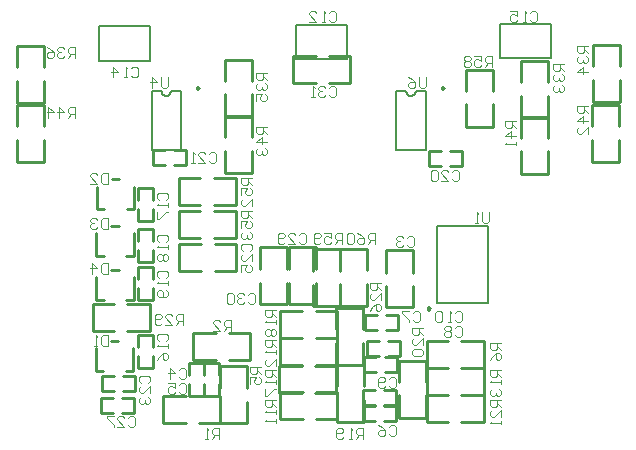
<source format=gbo>
G04 Layer_Color=32896*
%FSLAX25Y25*%
%MOIN*%
G70*
G01*
G75*
%ADD28C,0.01000*%
%ADD62C,0.00984*%
%ADD64C,0.00787*%
%ADD66C,0.00492*%
%ADD103C,0.00500*%
D28*
X132348Y53445D02*
X131513Y53927D01*
Y52963D01*
X132348Y53445D01*
X33464Y32547D02*
X33464Y40047D01*
X25964Y42547D02*
X28464D01*
X30964Y32547D02*
X33464D01*
X20964Y32547D02*
X23464D01*
X20964D02*
Y40047D01*
X57146Y31126D02*
Y35126D01*
X62146D01*
Y31126D02*
Y35126D01*
X57146Y24126D02*
Y28126D01*
Y24126D02*
X62146Y24126D01*
Y28126D01*
X117445Y37047D02*
X121445D01*
Y32047D02*
Y37047D01*
X117445Y32047D02*
X121445Y32047D01*
X110445Y37047D02*
X114445D01*
X110445D02*
X110445Y32047D01*
X114445D01*
X142819Y15480D02*
X150319D01*
Y24480D01*
X142819D02*
X150319D01*
X131319Y15480D02*
X138319D01*
X131319Y24480D02*
X131319Y15480D01*
X131319Y24480D02*
X138319Y24480D01*
X142819Y24437D02*
X150319D01*
Y33437D01*
X142819Y33437D02*
X150319Y33437D01*
X131319Y24437D02*
X138319D01*
X131319D02*
Y33437D01*
X138319D01*
X121858Y16881D02*
Y24381D01*
Y16881D02*
X130858D01*
X130858Y24381D01*
X121858Y28881D02*
Y35881D01*
X130858D01*
X130858Y28881D01*
X109854Y21024D02*
X113854D01*
X109854D02*
Y26024D01*
X113854D01*
X116854Y21024D02*
X120854D01*
X120854Y26024D01*
X116854D02*
X120854D01*
X109854Y15709D02*
X113854D01*
X109854Y20709D02*
X109854Y15709D01*
X109854Y20709D02*
X113854D01*
X116854Y15709D02*
X120854D01*
X120854Y20709D02*
X120854Y15709D01*
X116854Y20709D02*
X120854D01*
X118429Y42362D02*
X122429D01*
Y37362D02*
Y42362D01*
X118429Y37362D02*
X122429D01*
X111429Y42362D02*
X115429D01*
X111429Y37362D02*
Y42362D01*
Y37362D02*
X115429D01*
X142819Y33591D02*
X150319Y33590D01*
X150319Y42591D02*
X150319Y33590D01*
X142819Y42591D02*
X150319D01*
X131319Y33591D02*
X138319D01*
X131319D02*
Y42591D01*
X138319Y42591D01*
X82205Y52531D02*
X89705D01*
X82205D02*
X82205Y43532D01*
X89705D01*
X94205Y52531D02*
X101205D01*
X101205Y43532D01*
X94205D02*
X101205D01*
X82358Y25381D02*
X89858D01*
X82358D02*
X82358Y16381D01*
X89858D01*
X94358Y25381D02*
X101358D01*
Y16381D02*
Y25381D01*
X94358Y16381D02*
X101358D01*
X82106Y34323D02*
X89606D01*
X82106Y25323D02*
X82106Y34323D01*
X82106Y25323D02*
X89606D01*
X94106Y34323D02*
X101106D01*
Y25323D02*
Y34323D01*
X94106Y25323D02*
X101106Y25323D01*
X82303Y43378D02*
X89803Y43378D01*
X82303Y34378D02*
X82303Y43378D01*
X82303Y34378D02*
X89803Y34378D01*
X94303Y43378D02*
X101303D01*
X101303Y34378D02*
X101303Y43378D01*
X94303Y34378D02*
X101303D01*
X101406Y15472D02*
Y22972D01*
Y15472D02*
X110406D01*
Y22972D01*
X101406Y34472D02*
X101406Y27472D01*
X101406Y34472D02*
X110406Y34472D01*
X110406Y27472D02*
X110406Y34472D01*
X101110Y34468D02*
Y41969D01*
Y34468D02*
X110110D01*
Y41969D01*
X101110Y46468D02*
X101110Y53469D01*
X110110D01*
X110110Y46468D01*
X117839Y51024D02*
X121839Y51024D01*
Y46024D02*
Y51024D01*
X117839Y46024D02*
X121839Y46024D01*
X110839Y51024D02*
X114839D01*
X110839Y46024D02*
X110839Y51024D01*
X110839Y46024D02*
X114839D01*
X126842Y65216D02*
Y72716D01*
X117842Y72716D02*
X126842Y72716D01*
X117842Y65216D02*
Y72716D01*
X126842Y60716D02*
X126842Y53716D01*
X117842D02*
X126842D01*
X117842Y60716D02*
X117842Y53716D01*
X102405Y73220D02*
X102406Y65720D01*
X93405Y73220D02*
X102405D01*
X93405Y65720D02*
Y73220D01*
X102406Y54220D02*
Y61220D01*
X93405Y54220D02*
X102406D01*
X93405D02*
Y61220D01*
X102362Y54122D02*
Y61622D01*
Y54122D02*
X111362Y54122D01*
Y61622D01*
X102362Y73122D02*
X102362Y66122D01*
X102362Y73122D02*
X111362Y73122D01*
Y66122D02*
Y73122D01*
X162700Y98200D02*
X162700Y105700D01*
X162700Y98200D02*
X171700D01*
X171700Y105700D02*
X171700Y98200D01*
X162700Y110200D02*
Y117200D01*
X171700D01*
X171700Y110200D01*
X186475Y102113D02*
X186475Y109613D01*
X186475Y102113D02*
X195475Y102113D01*
Y109613D01*
X186475Y114113D02*
Y121113D01*
X195475D01*
X195475Y114113D01*
X186573Y122050D02*
Y129550D01*
Y122050D02*
X195573D01*
Y129550D01*
X186573Y141050D02*
X186573Y134050D01*
X186573Y141050D02*
X195573D01*
X195573Y134050D02*
X195573Y141050D01*
X162800Y116700D02*
Y124200D01*
Y116700D02*
X171800D01*
X171800Y124200D01*
X162800Y135700D02*
X162800Y128700D01*
X162800Y135700D02*
X171800D01*
X171800Y128700D02*
X171800Y135700D01*
X144300Y113900D02*
X144300Y121400D01*
X144300Y113900D02*
X153300D01*
X153300Y121400D02*
X153300Y113900D01*
X144300Y132900D02*
X144300Y125900D01*
X144300Y132900D02*
X153300D01*
X153300Y125900D02*
X153300Y132900D01*
X138850Y106000D02*
X142850Y106000D01*
Y101000D02*
Y106000D01*
X138850Y101000D02*
X142850D01*
X131850Y106000D02*
X135850D01*
X131850Y101000D02*
Y106000D01*
Y101000D02*
X135850D01*
X86800Y137400D02*
X94300D01*
X86800Y128400D02*
Y137400D01*
Y128400D02*
X94300D01*
X98800Y137400D02*
X105800Y137400D01*
Y128400D02*
Y137400D01*
X98800Y128400D02*
X105800Y128400D01*
X53495Y45264D02*
X60995D01*
X53495Y36264D02*
Y45264D01*
Y36264D02*
X60995Y36264D01*
X65495Y45264D02*
X72495D01*
Y36264D02*
Y45264D01*
X65495Y36264D02*
X72495Y36264D01*
X71500Y26700D02*
X71500Y34200D01*
X62500Y34200D02*
X71500Y34200D01*
X62500Y26700D02*
Y34200D01*
X71500Y15200D02*
Y22200D01*
X62500Y15200D02*
X71500D01*
X62500D02*
Y22200D01*
X52028Y31126D02*
X52028Y35126D01*
X57028D01*
Y31126D02*
Y35126D01*
X52028Y28126D02*
X52028Y24126D01*
X57028D01*
X57028Y28126D01*
X43400Y24200D02*
X50900Y24200D01*
X43400Y15200D02*
Y24200D01*
Y15200D02*
X50900D01*
X55400Y24200D02*
X62400D01*
Y15200D02*
Y24200D01*
X55400Y15200D02*
X62400D01*
X35098Y75910D02*
Y79909D01*
X40098D01*
Y75910D02*
Y79909D01*
X35098Y68910D02*
Y72909D01*
Y68910D02*
X40098D01*
Y72909D01*
X34902Y63213D02*
Y67213D01*
X39902D01*
Y63213D02*
Y67213D01*
X34902Y56213D02*
Y60213D01*
Y56213D02*
X39902D01*
Y60213D01*
X29750Y23500D02*
X33750D01*
Y18500D02*
Y23500D01*
X29750Y18500D02*
X33750D01*
X22750Y23500D02*
X26750D01*
X22750Y18500D02*
Y23500D01*
Y18500D02*
X26750D01*
X29945Y30945D02*
X33945D01*
Y25945D02*
Y30945D01*
X29945Y25945D02*
X33945D01*
X22945Y30945D02*
X26945D01*
X22945Y25945D02*
Y30945D01*
Y25945D02*
X26945D01*
X34902Y40378D02*
X34902Y44378D01*
X39902Y44378D01*
X39902Y40378D02*
X39902Y44378D01*
X34902Y37378D02*
X34902Y33378D01*
X39902D01*
X39902Y37378D02*
X39902Y33378D01*
X31457Y45697D02*
X38957D01*
Y54697D01*
X31457D02*
X38957D01*
X19957Y45697D02*
X26957Y45697D01*
X19957Y45697D02*
Y54697D01*
X26957Y54697D01*
X33524Y63839D02*
X33524Y56339D01*
X26024Y66339D02*
X28524D01*
X31024Y56339D02*
X33524D01*
X21024Y56339D02*
X23524Y56339D01*
X21024Y56339D02*
Y63839D01*
X33562Y78433D02*
X33562Y70933D01*
X26062Y80933D02*
X28562D01*
X31062Y70933D02*
X33562Y70933D01*
X21062D02*
X23562Y70933D01*
X21062Y70933D02*
Y78433D01*
X60339Y76799D02*
X67839Y76799D01*
Y85799D01*
X60338Y85799D02*
X67839Y85799D01*
X48838Y76799D02*
X55839Y76799D01*
X48838Y76799D02*
Y85799D01*
X55839Y85799D01*
X34902Y89492D02*
Y93492D01*
X39902Y93492D01*
Y89492D02*
Y93492D01*
X34902Y82492D02*
Y86492D01*
Y82492D02*
X39902D01*
Y86492D01*
X33720Y93957D02*
X33720Y86457D01*
X26221Y96457D02*
X28721Y96457D01*
X31220Y86457D02*
X33720Y86457D01*
X21220Y86457D02*
X23720D01*
X21220D02*
Y93957D01*
X64066Y117316D02*
Y124816D01*
Y117316D02*
X73066D01*
X73066Y124816D02*
X73066Y117316D01*
X64066Y129316D02*
Y136316D01*
X73066Y136316D01*
X73066Y129316D02*
X73066Y136316D01*
X64165Y98363D02*
Y105863D01*
Y98363D02*
X73164D01*
X73165Y105863D01*
X64165Y110363D02*
Y117363D01*
X73165Y117363D01*
Y110363D02*
Y117363D01*
X60240Y87724D02*
X67740D01*
Y96724D01*
X60240D02*
X67740D01*
X48740Y87724D02*
X55740D01*
X48740D02*
Y96724D01*
X55740D01*
X47100Y106100D02*
X51100D01*
Y101100D02*
Y106100D01*
X47100Y101100D02*
X51100D01*
X40100Y106100D02*
X44100D01*
X40100Y101100D02*
X40100Y106100D01*
X40100Y101100D02*
X44100D01*
X-5435Y121749D02*
Y129249D01*
Y121749D02*
X3565Y121749D01*
X3565Y129249D02*
X3565Y121749D01*
X-5435Y133749D02*
Y140749D01*
X3565D01*
X3565Y133749D02*
X3565Y140749D01*
X-5417Y109597D02*
X-5417Y102097D01*
X3583D01*
Y109597D01*
X-5417Y114097D02*
Y121097D01*
X3583D01*
Y114097D02*
Y121097D01*
X48642Y74776D02*
X56142D01*
X48642Y65776D02*
X48642Y74776D01*
X48642Y65776D02*
X56142Y65776D01*
X60642Y74776D02*
X67642Y74776D01*
X67642Y65776D02*
X67642Y74776D01*
X60642Y65776D02*
X67642Y65776D01*
X84787Y66465D02*
X84787Y73964D01*
X75787D02*
X84787D01*
X75787Y66465D02*
X75787Y73964D01*
X84787Y54965D02*
X84787Y61964D01*
X75787Y54964D02*
X84787Y54965D01*
X75787Y54964D02*
Y61964D01*
X94225Y73898D02*
X94225Y66398D01*
X85224Y73898D02*
X94225Y73898D01*
X85224Y73898D02*
X85224Y66398D01*
X94225Y54898D02*
Y61898D01*
X85224Y54898D02*
X94225Y54898D01*
X85224Y61898D02*
X85224Y54898D01*
D62*
X137008Y126791D02*
X136270Y127217D01*
Y126365D01*
X137008Y126791D01*
X55512Y126890D02*
X54774Y127316D01*
Y126464D01*
X55512Y126890D01*
D64*
X124344Y125787D02*
X124657Y124823D01*
X125477Y124227D01*
X126491D01*
X127311Y124823D01*
X127625Y125787D01*
X42848Y125886D02*
X43161Y124922D01*
X43981Y124326D01*
X44995D01*
X45815Y124922D01*
X46129Y125886D01*
X87827Y136391D02*
Y147809D01*
Y136391D02*
X104756D01*
X87827Y147809D02*
X104756D01*
Y136391D02*
Y147809D01*
X121063Y106102D02*
Y125787D01*
X130905Y106102D02*
Y125787D01*
X121063Y106102D02*
X130905D01*
X121063Y125787D02*
X124344D01*
X127625D02*
X130905D01*
X39567Y106201D02*
Y125886D01*
X49409Y106201D02*
Y125886D01*
X39567Y106201D02*
X49409D01*
X39567Y125886D02*
X42848D01*
X46129D02*
X49409D01*
X172656Y136691D02*
Y148109D01*
X155727D02*
X172656D01*
X155727Y136691D02*
X172656D01*
X155727D02*
Y148109D01*
X38965Y147409D02*
X38965Y135991D01*
X22035Y147409D02*
X38965D01*
X22035Y135991D02*
X38965D01*
X22035Y147409D02*
X22035Y135991D01*
D66*
X131000Y130542D02*
Y127590D01*
X130410Y127000D01*
X129229D01*
X128639Y127590D01*
Y130542D01*
X125096D02*
X126277Y129952D01*
X127458Y128771D01*
Y127590D01*
X126867Y127000D01*
X125687D01*
X125096Y127590D01*
Y128181D01*
X125687Y128771D01*
X127458D01*
X45000Y130542D02*
Y127590D01*
X44410Y127000D01*
X43229D01*
X42639Y127590D01*
Y130542D01*
X39687Y127000D02*
Y130542D01*
X41458Y128771D01*
X39096D01*
X124639Y76952D02*
X125229Y77542D01*
X126410D01*
X127000Y76952D01*
Y74590D01*
X126410Y74000D01*
X125229D01*
X124639Y74590D01*
X123458Y76952D02*
X122868Y77542D01*
X121687D01*
X121096Y76952D01*
Y76361D01*
X121687Y75771D01*
X122277D01*
X121687D01*
X121096Y75181D01*
Y74590D01*
X121687Y74000D01*
X122868D01*
X123458Y74590D01*
X48639Y32952D02*
X49229Y33542D01*
X50410D01*
X51000Y32952D01*
Y30590D01*
X50410Y30000D01*
X49229D01*
X48639Y30590D01*
X45687Y30000D02*
Y33542D01*
X47458Y31771D01*
X45096D01*
X48639Y27952D02*
X49229Y28542D01*
X50410D01*
X51000Y27952D01*
Y25590D01*
X50410Y25000D01*
X49229D01*
X48639Y25590D01*
X45096Y28542D02*
X47458D01*
Y26771D01*
X46277Y27361D01*
X45687D01*
X45096Y26771D01*
Y25590D01*
X45687Y25000D01*
X46867D01*
X47458Y25590D01*
X118639Y13952D02*
X119229Y14542D01*
X120410D01*
X121000Y13952D01*
Y11590D01*
X120410Y11000D01*
X119229D01*
X118639Y11590D01*
X115096Y14542D02*
X116277Y13952D01*
X117458Y12771D01*
Y11590D01*
X116867Y11000D01*
X115687D01*
X115096Y11590D01*
Y12181D01*
X115687Y12771D01*
X117458D01*
X126639Y51952D02*
X127229Y52542D01*
X128410D01*
X129000Y51952D01*
Y49590D01*
X128410Y49000D01*
X127229D01*
X126639Y49590D01*
X125458Y52542D02*
X123096D01*
Y51952D01*
X125458Y49590D01*
Y49000D01*
X140639Y46952D02*
X141229Y47542D01*
X142410D01*
X143000Y46952D01*
Y44590D01*
X142410Y44000D01*
X141229D01*
X140639Y44590D01*
X139458Y46952D02*
X138867Y47542D01*
X137687D01*
X137096Y46952D01*
Y46361D01*
X137687Y45771D01*
X137096Y45181D01*
Y44590D01*
X137687Y44000D01*
X138867D01*
X139458Y44590D01*
Y45181D01*
X138867Y45771D01*
X139458Y46361D01*
Y46952D01*
X138867Y45771D02*
X137687D01*
X118639Y29952D02*
X119229Y30542D01*
X120410D01*
X121000Y29952D01*
Y27590D01*
X120410Y27000D01*
X119229D01*
X118639Y27590D01*
X117458D02*
X116867Y27000D01*
X115687D01*
X115096Y27590D01*
Y29952D01*
X115687Y30542D01*
X116867D01*
X117458Y29952D01*
Y29361D01*
X116867Y28771D01*
X115096D01*
X140639Y51952D02*
X141229Y52542D01*
X142410D01*
X143000Y51952D01*
Y49590D01*
X142410Y49000D01*
X141229D01*
X140639Y49590D01*
X139458Y49000D02*
X138277D01*
X138867D01*
Y52542D01*
X139458Y51952D01*
X136506D02*
X135916Y52542D01*
X134735D01*
X134145Y51952D01*
Y49590D01*
X134735Y49000D01*
X135916D01*
X136506Y49590D01*
Y51952D01*
X98639Y151952D02*
X99229Y152542D01*
X100410D01*
X101000Y151952D01*
Y149590D01*
X100410Y149000D01*
X99229D01*
X98639Y149590D01*
X97458Y149000D02*
X96277D01*
X96868D01*
Y152542D01*
X97458Y151952D01*
X92145Y149000D02*
X94506D01*
X92145Y151361D01*
Y151952D01*
X92735Y152542D01*
X93916D01*
X94506Y151952D01*
X32630Y133352D02*
X33220Y133942D01*
X34401D01*
X34991Y133352D01*
Y130990D01*
X34401Y130400D01*
X33220D01*
X32630Y130990D01*
X31449Y130400D02*
X30268D01*
X30859D01*
Y133942D01*
X31449Y133352D01*
X26726Y130400D02*
Y133942D01*
X28497Y132171D01*
X26136D01*
X165639Y151952D02*
X166229Y152542D01*
X167410D01*
X168000Y151952D01*
Y149590D01*
X167410Y149000D01*
X166229D01*
X165639Y149590D01*
X164458Y149000D02*
X163277D01*
X163867D01*
Y152542D01*
X164458Y151952D01*
X159145Y152542D02*
X161506D01*
Y150771D01*
X160325Y151361D01*
X159735D01*
X159145Y150771D01*
Y149590D01*
X159735Y149000D01*
X160916D01*
X161506Y149590D01*
X42048Y42639D02*
X41458Y43229D01*
Y44410D01*
X42048Y45000D01*
X44410D01*
X45000Y44410D01*
Y43229D01*
X44410Y42639D01*
X45000Y41458D02*
Y40277D01*
Y40867D01*
X41458D01*
X42048Y41458D01*
X41458Y36145D02*
X42048Y37325D01*
X43229Y38506D01*
X44410D01*
X45000Y37916D01*
Y36735D01*
X44410Y36145D01*
X43819D01*
X43229Y36735D01*
Y38506D01*
X42048Y89639D02*
X41458Y90229D01*
Y91410D01*
X42048Y92000D01*
X44410D01*
X45000Y91410D01*
Y90229D01*
X44410Y89639D01*
X45000Y88458D02*
Y87277D01*
Y87867D01*
X41458D01*
X42048Y88458D01*
X41458Y85506D02*
Y83145D01*
X42048D01*
X44410Y85506D01*
X45000D01*
X42048Y75639D02*
X41458Y76229D01*
Y77410D01*
X42048Y78000D01*
X44410D01*
X45000Y77410D01*
Y76229D01*
X44410Y75639D01*
X45000Y74458D02*
Y73277D01*
Y73867D01*
X41458D01*
X42048Y74458D01*
Y71506D02*
X41458Y70916D01*
Y69735D01*
X42048Y69145D01*
X42639D01*
X43229Y69735D01*
X43819Y69145D01*
X44410D01*
X45000Y69735D01*
Y70916D01*
X44410Y71506D01*
X43819D01*
X43229Y70916D01*
X42639Y71506D01*
X42048D01*
X43229Y70916D02*
Y69735D01*
X42048Y63639D02*
X41458Y64229D01*
Y65410D01*
X42048Y66000D01*
X44410D01*
X45000Y65410D01*
Y64229D01*
X44410Y63639D01*
X45000Y62458D02*
Y61277D01*
Y61867D01*
X41458D01*
X42048Y62458D01*
X44410Y59506D02*
X45000Y58916D01*
Y57735D01*
X44410Y57145D01*
X42048D01*
X41458Y57735D01*
Y58916D01*
X42048Y59506D01*
X42639D01*
X43229Y58916D01*
Y57145D01*
X139639Y98952D02*
X140229Y99542D01*
X141410D01*
X142000Y98952D01*
Y96590D01*
X141410Y96000D01*
X140229D01*
X139639Y96590D01*
X136096Y96000D02*
X138458D01*
X136096Y98361D01*
Y98952D01*
X136687Y99542D01*
X137867D01*
X138458Y98952D01*
X134916D02*
X134325Y99542D01*
X133145D01*
X132554Y98952D01*
Y96590D01*
X133145Y96000D01*
X134325D01*
X134916Y96590D01*
Y98952D01*
X58639Y104952D02*
X59229Y105542D01*
X60410D01*
X61000Y104952D01*
Y102590D01*
X60410Y102000D01*
X59229D01*
X58639Y102590D01*
X55096Y102000D02*
X57458D01*
X55096Y104361D01*
Y104952D01*
X55687Y105542D01*
X56867D01*
X57458Y104952D01*
X53916Y102000D02*
X52735D01*
X53325D01*
Y105542D01*
X53916Y104952D01*
X70048Y72639D02*
X69458Y73229D01*
Y74410D01*
X70048Y75000D01*
X72410D01*
X73000Y74410D01*
Y73229D01*
X72410Y72639D01*
X73000Y69096D02*
Y71458D01*
X70639Y69096D01*
X70048D01*
X69458Y69687D01*
Y70868D01*
X70048Y71458D01*
X69458Y65554D02*
Y67916D01*
X71229D01*
X70639Y66735D01*
Y66145D01*
X71229Y65554D01*
X72410D01*
X73000Y66145D01*
Y67325D01*
X72410Y67916D01*
X88639Y77952D02*
X89229Y78542D01*
X90410D01*
X91000Y77952D01*
Y75590D01*
X90410Y75000D01*
X89229D01*
X88639Y75590D01*
X85096Y75000D02*
X87458D01*
X85096Y77361D01*
Y77952D01*
X85687Y78542D01*
X86867D01*
X87458Y77952D01*
X83916Y75590D02*
X83325Y75000D01*
X82145D01*
X81554Y75590D01*
Y77952D01*
X82145Y78542D01*
X83325D01*
X83916Y77952D01*
Y77361D01*
X83325Y76771D01*
X81554D01*
X71639Y57952D02*
X72229Y58542D01*
X73410D01*
X74000Y57952D01*
Y55590D01*
X73410Y55000D01*
X72229D01*
X71639Y55590D01*
X70458Y57952D02*
X69867Y58542D01*
X68687D01*
X68096Y57952D01*
Y57361D01*
X68687Y56771D01*
X69277D01*
X68687D01*
X68096Y56181D01*
Y55590D01*
X68687Y55000D01*
X69867D01*
X70458Y55590D01*
X66916Y57952D02*
X66325Y58542D01*
X65145D01*
X64554Y57952D01*
Y55590D01*
X65145Y55000D01*
X66325D01*
X66916Y55590D01*
Y57952D01*
X98639Y126952D02*
X99229Y127542D01*
X100410D01*
X101000Y126952D01*
Y124590D01*
X100410Y124000D01*
X99229D01*
X98639Y124590D01*
X97458Y126952D02*
X96868Y127542D01*
X95687D01*
X95096Y126952D01*
Y126361D01*
X95687Y125771D01*
X96277D01*
X95687D01*
X95096Y125181D01*
Y124590D01*
X95687Y124000D01*
X96868D01*
X97458Y124590D01*
X93916Y124000D02*
X92735D01*
X93325D01*
Y127542D01*
X93916Y126952D01*
X25000Y44542D02*
Y41000D01*
X23229D01*
X22639Y41590D01*
Y43952D01*
X23229Y44542D01*
X25000D01*
X21458Y41000D02*
X20277D01*
X20867D01*
Y44542D01*
X21458Y43952D01*
X25000Y98542D02*
Y95000D01*
X23229D01*
X22639Y95590D01*
Y97952D01*
X23229Y98542D01*
X25000D01*
X19096Y95000D02*
X21458D01*
X19096Y97361D01*
Y97952D01*
X19687Y98542D01*
X20867D01*
X21458Y97952D01*
X25000Y83542D02*
Y80000D01*
X23229D01*
X22639Y80590D01*
Y82952D01*
X23229Y83542D01*
X25000D01*
X21458Y82952D02*
X20867Y83542D01*
X19687D01*
X19096Y82952D01*
Y82361D01*
X19687Y81771D01*
X20277D01*
X19687D01*
X19096Y81181D01*
Y80590D01*
X19687Y80000D01*
X20867D01*
X21458Y80590D01*
X25000Y68542D02*
Y65000D01*
X23229D01*
X22639Y65590D01*
Y67952D01*
X23229Y68542D01*
X25000D01*
X19687Y65000D02*
Y68542D01*
X21458Y66771D01*
X19096D01*
X62000Y10000D02*
Y13542D01*
X60229D01*
X59639Y12952D01*
Y11771D01*
X60229Y11181D01*
X62000D01*
X60819D02*
X59639Y10000D01*
X58458D02*
X57277D01*
X57867D01*
Y13542D01*
X58458Y12952D01*
X66000Y46000D02*
Y49542D01*
X64229D01*
X63639Y48952D01*
Y47771D01*
X64229Y47181D01*
X66000D01*
X64819D02*
X63639Y46000D01*
X60096D02*
X62458D01*
X60096Y48361D01*
Y48952D01*
X60687Y49542D01*
X61867D01*
X62458Y48952D01*
X76000Y34000D02*
X72458D01*
Y32229D01*
X73048Y31639D01*
X74229D01*
X74819Y32229D01*
Y34000D01*
Y32819D02*
X76000Y31639D01*
X72458Y28096D02*
Y30458D01*
X74229D01*
X73639Y29277D01*
Y28687D01*
X74229Y28096D01*
X75410D01*
X76000Y28687D01*
Y29868D01*
X75410Y30458D01*
X156000Y42000D02*
X152458D01*
Y40229D01*
X153048Y39639D01*
X154229D01*
X154819Y40229D01*
Y42000D01*
Y40819D02*
X156000Y39639D01*
X152458Y36096D02*
X153048Y37277D01*
X154229Y38458D01*
X155410D01*
X156000Y37868D01*
Y36687D01*
X155410Y36096D01*
X154819D01*
X154229Y36687D01*
Y38458D01*
X81000Y23000D02*
X77458D01*
Y21229D01*
X78048Y20639D01*
X79229D01*
X79819Y21229D01*
Y23000D01*
Y21819D02*
X81000Y20639D01*
Y19458D02*
Y18277D01*
Y18868D01*
X77458D01*
X78048Y19458D01*
X81000Y16506D02*
Y15325D01*
Y15916D01*
X77458D01*
X78048Y16506D01*
X81000Y43000D02*
X77458D01*
Y41229D01*
X78048Y40639D01*
X79229D01*
X79819Y41229D01*
Y43000D01*
Y41819D02*
X81000Y40639D01*
Y39458D02*
Y38277D01*
Y38868D01*
X77458D01*
X78048Y39458D01*
X81000Y34145D02*
Y36506D01*
X78639Y34145D01*
X78048D01*
X77458Y34735D01*
Y35916D01*
X78048Y36506D01*
X156000Y33000D02*
X152458D01*
Y31229D01*
X153048Y30639D01*
X154229D01*
X154819Y31229D01*
Y33000D01*
Y31819D02*
X156000Y30639D01*
Y29458D02*
Y28277D01*
Y28868D01*
X152458D01*
X153048Y29458D01*
Y26506D02*
X152458Y25916D01*
Y24735D01*
X153048Y24145D01*
X153639D01*
X154229Y24735D01*
Y25325D01*
Y24735D01*
X154819Y24145D01*
X155410D01*
X156000Y24735D01*
Y25916D01*
X155410Y26506D01*
X81000Y33000D02*
X77458D01*
Y31229D01*
X78048Y30639D01*
X79229D01*
X79819Y31229D01*
Y33000D01*
Y31819D02*
X81000Y30639D01*
Y29458D02*
Y28277D01*
Y28868D01*
X77458D01*
X78048Y29458D01*
X77458Y26506D02*
Y24145D01*
X78048D01*
X80410Y26506D01*
X81000D01*
Y53000D02*
X77458D01*
Y51229D01*
X78048Y50639D01*
X79229D01*
X79819Y51229D01*
Y53000D01*
Y51819D02*
X81000Y50639D01*
Y49458D02*
Y48277D01*
Y48867D01*
X77458D01*
X78048Y49458D01*
Y46506D02*
X77458Y45916D01*
Y44735D01*
X78048Y44145D01*
X78639D01*
X79229Y44735D01*
X79819Y44145D01*
X80410D01*
X81000Y44735D01*
Y45916D01*
X80410Y46506D01*
X79819D01*
X79229Y45916D01*
X78639Y46506D01*
X78048D01*
X79229Y45916D02*
Y44735D01*
X110000Y10000D02*
Y13542D01*
X108229D01*
X107639Y12952D01*
Y11771D01*
X108229Y11181D01*
X110000D01*
X108819D02*
X107639Y10000D01*
X106458D02*
X105277D01*
X105868D01*
Y13542D01*
X106458Y12952D01*
X103506Y10590D02*
X102916Y10000D01*
X101735D01*
X101145Y10590D01*
Y12952D01*
X101735Y13542D01*
X102916D01*
X103506Y12952D01*
Y12361D01*
X102916Y11771D01*
X101145D01*
X130000Y47000D02*
X126458D01*
Y45229D01*
X127048Y44639D01*
X128229D01*
X128819Y45229D01*
Y47000D01*
Y45819D02*
X130000Y44639D01*
Y41096D02*
Y43458D01*
X127639Y41096D01*
X127048D01*
X126458Y41687D01*
Y42867D01*
X127048Y43458D01*
Y39916D02*
X126458Y39325D01*
Y38145D01*
X127048Y37554D01*
X129410D01*
X130000Y38145D01*
Y39325D01*
X129410Y39916D01*
X127048D01*
X156000Y23000D02*
X152458D01*
Y21229D01*
X153048Y20639D01*
X154229D01*
X154819Y21229D01*
Y23000D01*
Y21819D02*
X156000Y20639D01*
Y17096D02*
Y19458D01*
X153639Y17096D01*
X153048D01*
X152458Y17687D01*
Y18868D01*
X153048Y19458D01*
X156000Y15916D02*
Y14735D01*
Y15325D01*
X152458D01*
X153048Y15916D01*
X116000Y62000D02*
X112458D01*
Y60229D01*
X113048Y59639D01*
X114229D01*
X114819Y60229D01*
Y62000D01*
Y60819D02*
X116000Y59639D01*
Y56096D02*
Y58458D01*
X113639Y56096D01*
X113048D01*
X112458Y56687D01*
Y57867D01*
X113048Y58458D01*
X112458Y52554D02*
X113048Y53735D01*
X114229Y54916D01*
X115410D01*
X116000Y54325D01*
Y53145D01*
X115410Y52554D01*
X114819D01*
X114229Y53145D01*
Y54916D01*
X177000Y135000D02*
X173458D01*
Y133229D01*
X174048Y132639D01*
X175229D01*
X175819Y133229D01*
Y135000D01*
Y133819D02*
X177000Y132639D01*
X174048Y131458D02*
X173458Y130868D01*
Y129687D01*
X174048Y129096D01*
X174639D01*
X175229Y129687D01*
Y130277D01*
Y129687D01*
X175819Y129096D01*
X176410D01*
X177000Y129687D01*
Y130868D01*
X176410Y131458D01*
X174048Y127916D02*
X173458Y127325D01*
Y126145D01*
X174048Y125554D01*
X174639D01*
X175229Y126145D01*
Y126735D01*
Y126145D01*
X175819Y125554D01*
X176410D01*
X177000Y126145D01*
Y127325D01*
X176410Y127916D01*
X185000Y141000D02*
X181458D01*
Y139229D01*
X182048Y138639D01*
X183229D01*
X183819Y139229D01*
Y141000D01*
Y139819D02*
X185000Y138639D01*
X182048Y137458D02*
X181458Y136867D01*
Y135687D01*
X182048Y135096D01*
X182639D01*
X183229Y135687D01*
Y136277D01*
Y135687D01*
X183819Y135096D01*
X184410D01*
X185000Y135687D01*
Y136867D01*
X184410Y137458D01*
X185000Y132145D02*
X181458D01*
X183229Y133916D01*
Y131554D01*
X78000Y132000D02*
X74458D01*
Y130229D01*
X75048Y129639D01*
X76229D01*
X76819Y130229D01*
Y132000D01*
Y130819D02*
X78000Y129639D01*
X75048Y128458D02*
X74458Y127867D01*
Y126687D01*
X75048Y126096D01*
X75639D01*
X76229Y126687D01*
Y127277D01*
Y126687D01*
X76819Y126096D01*
X77410D01*
X78000Y126687D01*
Y127867D01*
X77410Y128458D01*
X74458Y122554D02*
Y124916D01*
X76229D01*
X75639Y123735D01*
Y123145D01*
X76229Y122554D01*
X77410D01*
X78000Y123145D01*
Y124325D01*
X77410Y124916D01*
X14000Y137000D02*
Y140542D01*
X12229D01*
X11639Y139952D01*
Y138771D01*
X12229Y138181D01*
X14000D01*
X12819D02*
X11639Y137000D01*
X10458Y139952D02*
X9867Y140542D01*
X8687D01*
X8096Y139952D01*
Y139361D01*
X8687Y138771D01*
X9277D01*
X8687D01*
X8096Y138181D01*
Y137590D01*
X8687Y137000D01*
X9867D01*
X10458Y137590D01*
X4554Y140542D02*
X5735Y139952D01*
X6916Y138771D01*
Y137590D01*
X6325Y137000D01*
X5145D01*
X4554Y137590D01*
Y138181D01*
X5145Y138771D01*
X6916D01*
X161000Y116000D02*
X157458D01*
Y114229D01*
X158048Y113639D01*
X159229D01*
X159819Y114229D01*
Y116000D01*
Y114819D02*
X161000Y113639D01*
Y110687D02*
X157458D01*
X159229Y112458D01*
Y110096D01*
X161000Y108916D02*
Y107735D01*
Y108325D01*
X157458D01*
X158048Y108916D01*
X185000Y121000D02*
X181458D01*
Y119229D01*
X182048Y118639D01*
X183229D01*
X183819Y119229D01*
Y121000D01*
Y119819D02*
X185000Y118639D01*
Y115687D02*
X181458D01*
X183229Y117458D01*
Y115096D01*
X185000Y111554D02*
Y113916D01*
X182639Y111554D01*
X182048D01*
X181458Y112145D01*
Y113325D01*
X182048Y113916D01*
X78000Y114000D02*
X74458D01*
Y112229D01*
X75048Y111639D01*
X76229D01*
X76819Y112229D01*
Y114000D01*
Y112819D02*
X78000Y111639D01*
Y108687D02*
X74458D01*
X76229Y110458D01*
Y108096D01*
X75048Y106916D02*
X74458Y106325D01*
Y105145D01*
X75048Y104554D01*
X75639D01*
X76229Y105145D01*
Y105735D01*
Y105145D01*
X76819Y104554D01*
X77410D01*
X78000Y105145D01*
Y106325D01*
X77410Y106916D01*
X14000Y117000D02*
Y120542D01*
X12229D01*
X11639Y119952D01*
Y118771D01*
X12229Y118181D01*
X14000D01*
X12819D02*
X11639Y117000D01*
X8687D02*
Y120542D01*
X10458Y118771D01*
X8096D01*
X5145Y117000D02*
Y120542D01*
X6916Y118771D01*
X4554D01*
X73000Y97000D02*
X69458D01*
Y95229D01*
X70048Y94639D01*
X71229D01*
X71819Y95229D01*
Y97000D01*
Y95819D02*
X73000Y94639D01*
X69458Y91096D02*
Y93458D01*
X71229D01*
X70639Y92277D01*
Y91687D01*
X71229Y91096D01*
X72410D01*
X73000Y91687D01*
Y92867D01*
X72410Y93458D01*
X73000Y87554D02*
Y89916D01*
X70639Y87554D01*
X70048D01*
X69458Y88145D01*
Y89325D01*
X70048Y89916D01*
X73000Y86000D02*
X69458D01*
Y84229D01*
X70048Y83639D01*
X71229D01*
X71819Y84229D01*
Y86000D01*
Y84819D02*
X73000Y83639D01*
X69458Y80096D02*
Y82458D01*
X71229D01*
X70639Y81277D01*
Y80687D01*
X71229Y80096D01*
X72410D01*
X73000Y80687D01*
Y81867D01*
X72410Y82458D01*
X70048Y78916D02*
X69458Y78325D01*
Y77145D01*
X70048Y76554D01*
X70639D01*
X71229Y77145D01*
Y77735D01*
Y77145D01*
X71819Y76554D01*
X72410D01*
X73000Y77145D01*
Y78325D01*
X72410Y78916D01*
X153000Y134000D02*
Y137542D01*
X151229D01*
X150639Y136952D01*
Y135771D01*
X151229Y135181D01*
X153000D01*
X151819D02*
X150639Y134000D01*
X147096Y137542D02*
X149458D01*
Y135771D01*
X148277Y136361D01*
X147687D01*
X147096Y135771D01*
Y134590D01*
X147687Y134000D01*
X148867D01*
X149458Y134590D01*
X145916Y136952D02*
X145325Y137542D01*
X144145D01*
X143554Y136952D01*
Y136361D01*
X144145Y135771D01*
X143554Y135181D01*
Y134590D01*
X144145Y134000D01*
X145325D01*
X145916Y134590D01*
Y135181D01*
X145325Y135771D01*
X145916Y136361D01*
Y136952D01*
X145325Y135771D02*
X144145D01*
X103000Y75000D02*
Y78542D01*
X101229D01*
X100639Y77952D01*
Y76771D01*
X101229Y76181D01*
X103000D01*
X101819D02*
X100639Y75000D01*
X97096Y78542D02*
X99458D01*
Y76771D01*
X98277Y77361D01*
X97687D01*
X97096Y76771D01*
Y75590D01*
X97687Y75000D01*
X98867D01*
X99458Y75590D01*
X95916D02*
X95325Y75000D01*
X94145D01*
X93554Y75590D01*
Y77952D01*
X94145Y78542D01*
X95325D01*
X95916Y77952D01*
Y77361D01*
X95325Y76771D01*
X93554D01*
X114000Y75000D02*
Y78542D01*
X112229D01*
X111639Y77952D01*
Y76771D01*
X112229Y76181D01*
X114000D01*
X112819D02*
X111639Y75000D01*
X108096Y78542D02*
X109277Y77952D01*
X110458Y76771D01*
Y75590D01*
X109868Y75000D01*
X108687D01*
X108096Y75590D01*
Y76181D01*
X108687Y76771D01*
X110458D01*
X106916Y77952D02*
X106325Y78542D01*
X105145D01*
X104554Y77952D01*
Y75590D01*
X105145Y75000D01*
X106325D01*
X106916Y75590D01*
Y77952D01*
X152000Y85542D02*
Y82590D01*
X151410Y82000D01*
X150229D01*
X149639Y82590D01*
Y85542D01*
X148458Y82000D02*
X147277D01*
X147868D01*
Y85542D01*
X148458Y84952D01*
X36048Y28639D02*
X35458Y29229D01*
Y30410D01*
X36048Y31000D01*
X38410D01*
X39000Y30410D01*
Y29229D01*
X38410Y28639D01*
X39000Y25096D02*
Y27458D01*
X36639Y25096D01*
X36048D01*
X35458Y25687D01*
Y26867D01*
X36048Y27458D01*
Y23916D02*
X35458Y23325D01*
Y22145D01*
X36048Y21554D01*
X36639D01*
X37229Y22145D01*
Y22735D01*
Y22145D01*
X37819Y21554D01*
X38410D01*
X39000Y22145D01*
Y23325D01*
X38410Y23916D01*
X31639Y16952D02*
X32229Y17542D01*
X33410D01*
X34000Y16952D01*
Y14590D01*
X33410Y14000D01*
X32229D01*
X31639Y14590D01*
X28096Y14000D02*
X30458D01*
X28096Y16361D01*
Y16952D01*
X28687Y17542D01*
X29868D01*
X30458Y16952D01*
X26916Y17542D02*
X24554D01*
Y16952D01*
X26916Y14590D01*
Y14000D01*
X50000Y48000D02*
Y51542D01*
X48229D01*
X47639Y50952D01*
Y49771D01*
X48229Y49181D01*
X50000D01*
X48819D02*
X47639Y48000D01*
X44096D02*
X46458D01*
X44096Y50361D01*
Y50952D01*
X44687Y51542D01*
X45867D01*
X46458Y50952D01*
X42916Y48590D02*
X42325Y48000D01*
X41145D01*
X40554Y48590D01*
Y50952D01*
X41145Y51542D01*
X42325D01*
X42916Y50952D01*
Y50361D01*
X42325Y49771D01*
X40554D01*
D103*
X134646Y55020D02*
X134646Y80807D01*
X151772D01*
X151772Y55020D01*
X134646Y55020D02*
X151772Y55020D01*
M02*

</source>
